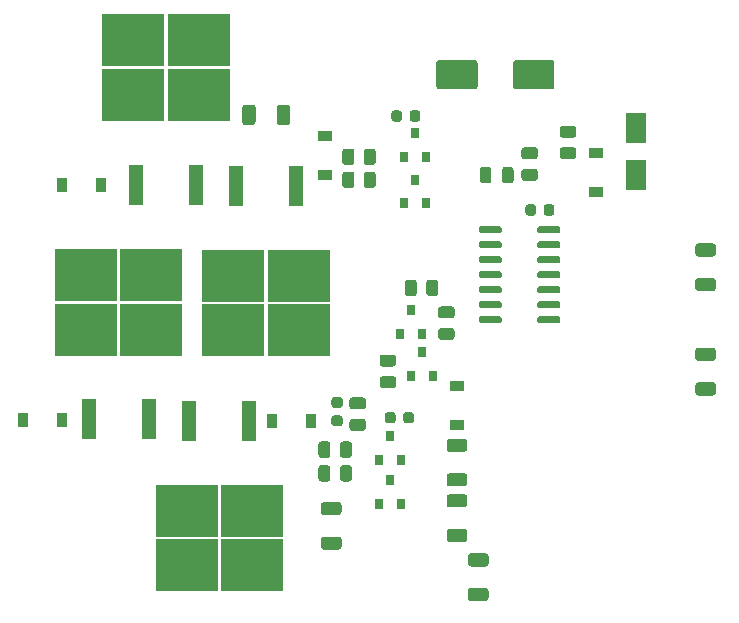
<source format=gtp>
%TF.GenerationSoftware,KiCad,Pcbnew,5.1.7-a382d34a8~87~ubuntu18.04.1*%
%TF.CreationDate,2021-12-24T14:38:43-05:00*%
%TF.ProjectId,Source_Balancer_SMD,536f7572-6365-45f4-9261-6c616e636572,rev?*%
%TF.SameCoordinates,Original*%
%TF.FileFunction,Paste,Top*%
%TF.FilePolarity,Positive*%
%FSLAX46Y46*%
G04 Gerber Fmt 4.6, Leading zero omitted, Abs format (unit mm)*
G04 Created by KiCad (PCBNEW 5.1.7-a382d34a8~87~ubuntu18.04.1) date 2021-12-24 14:38:43*
%MOMM*%
%LPD*%
G01*
G04 APERTURE LIST*
%ADD10R,0.900000X1.200000*%
%ADD11R,1.200000X0.900000*%
%ADD12R,5.250000X4.400000*%
%ADD13R,1.250000X3.500000*%
%ADD14R,0.800000X0.900000*%
%ADD15R,1.800000X2.500000*%
G04 APERTURE END LIST*
%TO.C,R18*%
G36*
G01*
X119099999Y-51837500D02*
X120000001Y-51837500D01*
G75*
G02*
X120250000Y-52087499I0J-249999D01*
G01*
X120250000Y-52612501D01*
G75*
G02*
X120000001Y-52862500I-249999J0D01*
G01*
X119099999Y-52862500D01*
G75*
G02*
X118850000Y-52612501I0J249999D01*
G01*
X118850000Y-52087499D01*
G75*
G02*
X119099999Y-51837500I249999J0D01*
G01*
G37*
G36*
G01*
X119099999Y-50012500D02*
X120000001Y-50012500D01*
G75*
G02*
X120250000Y-50262499I0J-249999D01*
G01*
X120250000Y-50787501D01*
G75*
G02*
X120000001Y-51037500I-249999J0D01*
G01*
X119099999Y-51037500D01*
G75*
G02*
X118850000Y-50787501I0J249999D01*
G01*
X118850000Y-50262499D01*
G75*
G02*
X119099999Y-50012500I249999J0D01*
G01*
G37*
%TD*%
%TO.C,U1*%
G36*
G01*
X116950000Y-58990000D02*
X116950000Y-58690000D01*
G75*
G02*
X117100000Y-58540000I150000J0D01*
G01*
X118750000Y-58540000D01*
G75*
G02*
X118900000Y-58690000I0J-150000D01*
G01*
X118900000Y-58990000D01*
G75*
G02*
X118750000Y-59140000I-150000J0D01*
G01*
X117100000Y-59140000D01*
G75*
G02*
X116950000Y-58990000I0J150000D01*
G01*
G37*
G36*
G01*
X116950000Y-60260000D02*
X116950000Y-59960000D01*
G75*
G02*
X117100000Y-59810000I150000J0D01*
G01*
X118750000Y-59810000D01*
G75*
G02*
X118900000Y-59960000I0J-150000D01*
G01*
X118900000Y-60260000D01*
G75*
G02*
X118750000Y-60410000I-150000J0D01*
G01*
X117100000Y-60410000D01*
G75*
G02*
X116950000Y-60260000I0J150000D01*
G01*
G37*
G36*
G01*
X116950000Y-61530000D02*
X116950000Y-61230000D01*
G75*
G02*
X117100000Y-61080000I150000J0D01*
G01*
X118750000Y-61080000D01*
G75*
G02*
X118900000Y-61230000I0J-150000D01*
G01*
X118900000Y-61530000D01*
G75*
G02*
X118750000Y-61680000I-150000J0D01*
G01*
X117100000Y-61680000D01*
G75*
G02*
X116950000Y-61530000I0J150000D01*
G01*
G37*
G36*
G01*
X116950000Y-62800000D02*
X116950000Y-62500000D01*
G75*
G02*
X117100000Y-62350000I150000J0D01*
G01*
X118750000Y-62350000D01*
G75*
G02*
X118900000Y-62500000I0J-150000D01*
G01*
X118900000Y-62800000D01*
G75*
G02*
X118750000Y-62950000I-150000J0D01*
G01*
X117100000Y-62950000D01*
G75*
G02*
X116950000Y-62800000I0J150000D01*
G01*
G37*
G36*
G01*
X116950000Y-64070000D02*
X116950000Y-63770000D01*
G75*
G02*
X117100000Y-63620000I150000J0D01*
G01*
X118750000Y-63620000D01*
G75*
G02*
X118900000Y-63770000I0J-150000D01*
G01*
X118900000Y-64070000D01*
G75*
G02*
X118750000Y-64220000I-150000J0D01*
G01*
X117100000Y-64220000D01*
G75*
G02*
X116950000Y-64070000I0J150000D01*
G01*
G37*
G36*
G01*
X116950000Y-65340000D02*
X116950000Y-65040000D01*
G75*
G02*
X117100000Y-64890000I150000J0D01*
G01*
X118750000Y-64890000D01*
G75*
G02*
X118900000Y-65040000I0J-150000D01*
G01*
X118900000Y-65340000D01*
G75*
G02*
X118750000Y-65490000I-150000J0D01*
G01*
X117100000Y-65490000D01*
G75*
G02*
X116950000Y-65340000I0J150000D01*
G01*
G37*
G36*
G01*
X116950000Y-66610000D02*
X116950000Y-66310000D01*
G75*
G02*
X117100000Y-66160000I150000J0D01*
G01*
X118750000Y-66160000D01*
G75*
G02*
X118900000Y-66310000I0J-150000D01*
G01*
X118900000Y-66610000D01*
G75*
G02*
X118750000Y-66760000I-150000J0D01*
G01*
X117100000Y-66760000D01*
G75*
G02*
X116950000Y-66610000I0J150000D01*
G01*
G37*
G36*
G01*
X112000000Y-66610000D02*
X112000000Y-66310000D01*
G75*
G02*
X112150000Y-66160000I150000J0D01*
G01*
X113800000Y-66160000D01*
G75*
G02*
X113950000Y-66310000I0J-150000D01*
G01*
X113950000Y-66610000D01*
G75*
G02*
X113800000Y-66760000I-150000J0D01*
G01*
X112150000Y-66760000D01*
G75*
G02*
X112000000Y-66610000I0J150000D01*
G01*
G37*
G36*
G01*
X112000000Y-65340000D02*
X112000000Y-65040000D01*
G75*
G02*
X112150000Y-64890000I150000J0D01*
G01*
X113800000Y-64890000D01*
G75*
G02*
X113950000Y-65040000I0J-150000D01*
G01*
X113950000Y-65340000D01*
G75*
G02*
X113800000Y-65490000I-150000J0D01*
G01*
X112150000Y-65490000D01*
G75*
G02*
X112000000Y-65340000I0J150000D01*
G01*
G37*
G36*
G01*
X112000000Y-64070000D02*
X112000000Y-63770000D01*
G75*
G02*
X112150000Y-63620000I150000J0D01*
G01*
X113800000Y-63620000D01*
G75*
G02*
X113950000Y-63770000I0J-150000D01*
G01*
X113950000Y-64070000D01*
G75*
G02*
X113800000Y-64220000I-150000J0D01*
G01*
X112150000Y-64220000D01*
G75*
G02*
X112000000Y-64070000I0J150000D01*
G01*
G37*
G36*
G01*
X112000000Y-62800000D02*
X112000000Y-62500000D01*
G75*
G02*
X112150000Y-62350000I150000J0D01*
G01*
X113800000Y-62350000D01*
G75*
G02*
X113950000Y-62500000I0J-150000D01*
G01*
X113950000Y-62800000D01*
G75*
G02*
X113800000Y-62950000I-150000J0D01*
G01*
X112150000Y-62950000D01*
G75*
G02*
X112000000Y-62800000I0J150000D01*
G01*
G37*
G36*
G01*
X112000000Y-61530000D02*
X112000000Y-61230000D01*
G75*
G02*
X112150000Y-61080000I150000J0D01*
G01*
X113800000Y-61080000D01*
G75*
G02*
X113950000Y-61230000I0J-150000D01*
G01*
X113950000Y-61530000D01*
G75*
G02*
X113800000Y-61680000I-150000J0D01*
G01*
X112150000Y-61680000D01*
G75*
G02*
X112000000Y-61530000I0J150000D01*
G01*
G37*
G36*
G01*
X112000000Y-60260000D02*
X112000000Y-59960000D01*
G75*
G02*
X112150000Y-59810000I150000J0D01*
G01*
X113800000Y-59810000D01*
G75*
G02*
X113950000Y-59960000I0J-150000D01*
G01*
X113950000Y-60260000D01*
G75*
G02*
X113800000Y-60410000I-150000J0D01*
G01*
X112150000Y-60410000D01*
G75*
G02*
X112000000Y-60260000I0J150000D01*
G01*
G37*
G36*
G01*
X112000000Y-58990000D02*
X112000000Y-58690000D01*
G75*
G02*
X112150000Y-58540000I150000J0D01*
G01*
X113800000Y-58540000D01*
G75*
G02*
X113950000Y-58690000I0J-150000D01*
G01*
X113950000Y-58990000D01*
G75*
G02*
X113800000Y-59140000I-150000J0D01*
G01*
X112150000Y-59140000D01*
G75*
G02*
X112000000Y-58990000I0J150000D01*
G01*
G37*
%TD*%
D10*
%TO.C,D8*%
X73400000Y-74900000D03*
X76700000Y-74900000D03*
%TD*%
D11*
%TO.C,D7*%
X99000000Y-50850000D03*
X99000000Y-54150000D03*
%TD*%
D10*
%TO.C,D6*%
X97750000Y-75000000D03*
X94450000Y-75000000D03*
%TD*%
%TO.C,D5*%
X76700000Y-55000000D03*
X80000000Y-55000000D03*
%TD*%
%TO.C,R17*%
G36*
G01*
X101299999Y-74837500D02*
X102200001Y-74837500D01*
G75*
G02*
X102450000Y-75087499I0J-249999D01*
G01*
X102450000Y-75612501D01*
G75*
G02*
X102200001Y-75862500I-249999J0D01*
G01*
X101299999Y-75862500D01*
G75*
G02*
X101050000Y-75612501I0J249999D01*
G01*
X101050000Y-75087499D01*
G75*
G02*
X101299999Y-74837500I249999J0D01*
G01*
G37*
G36*
G01*
X101299999Y-73012500D02*
X102200001Y-73012500D01*
G75*
G02*
X102450000Y-73262499I0J-249999D01*
G01*
X102450000Y-73787501D01*
G75*
G02*
X102200001Y-74037500I-249999J0D01*
G01*
X101299999Y-74037500D01*
G75*
G02*
X101050000Y-73787501I0J249999D01*
G01*
X101050000Y-73262499D01*
G75*
G02*
X101299999Y-73012500I249999J0D01*
G01*
G37*
%TD*%
%TO.C,R16*%
G36*
G01*
X100237500Y-79900001D02*
X100237500Y-78999999D01*
G75*
G02*
X100487499Y-78750000I249999J0D01*
G01*
X101012501Y-78750000D01*
G75*
G02*
X101262500Y-78999999I0J-249999D01*
G01*
X101262500Y-79900001D01*
G75*
G02*
X101012501Y-80150000I-249999J0D01*
G01*
X100487499Y-80150000D01*
G75*
G02*
X100237500Y-79900001I0J249999D01*
G01*
G37*
G36*
G01*
X98412500Y-79900001D02*
X98412500Y-78999999D01*
G75*
G02*
X98662499Y-78750000I249999J0D01*
G01*
X99187501Y-78750000D01*
G75*
G02*
X99437500Y-78999999I0J-249999D01*
G01*
X99437500Y-79900001D01*
G75*
G02*
X99187501Y-80150000I-249999J0D01*
G01*
X98662499Y-80150000D01*
G75*
G02*
X98412500Y-79900001I0J249999D01*
G01*
G37*
%TD*%
%TO.C,R15*%
G36*
G01*
X102262500Y-55050001D02*
X102262500Y-54149999D01*
G75*
G02*
X102512499Y-53900000I249999J0D01*
G01*
X103037501Y-53900000D01*
G75*
G02*
X103287500Y-54149999I0J-249999D01*
G01*
X103287500Y-55050001D01*
G75*
G02*
X103037501Y-55300000I-249999J0D01*
G01*
X102512499Y-55300000D01*
G75*
G02*
X102262500Y-55050001I0J249999D01*
G01*
G37*
G36*
G01*
X100437500Y-55050001D02*
X100437500Y-54149999D01*
G75*
G02*
X100687499Y-53900000I249999J0D01*
G01*
X101212501Y-53900000D01*
G75*
G02*
X101462500Y-54149999I0J-249999D01*
G01*
X101462500Y-55050001D01*
G75*
G02*
X101212501Y-55300000I-249999J0D01*
G01*
X100687499Y-55300000D01*
G75*
G02*
X100437500Y-55050001I0J249999D01*
G01*
G37*
%TD*%
%TO.C,R14*%
G36*
G01*
X98874999Y-84800000D02*
X100125001Y-84800000D01*
G75*
G02*
X100375000Y-85049999I0J-249999D01*
G01*
X100375000Y-85675001D01*
G75*
G02*
X100125001Y-85925000I-249999J0D01*
G01*
X98874999Y-85925000D01*
G75*
G02*
X98625000Y-85675001I0J249999D01*
G01*
X98625000Y-85049999D01*
G75*
G02*
X98874999Y-84800000I249999J0D01*
G01*
G37*
G36*
G01*
X98874999Y-81875000D02*
X100125001Y-81875000D01*
G75*
G02*
X100375000Y-82124999I0J-249999D01*
G01*
X100375000Y-82750001D01*
G75*
G02*
X100125001Y-83000000I-249999J0D01*
G01*
X98874999Y-83000000D01*
G75*
G02*
X98625000Y-82750001I0J249999D01*
G01*
X98625000Y-82124999D01*
G75*
G02*
X98874999Y-81875000I249999J0D01*
G01*
G37*
%TD*%
%TO.C,R13*%
G36*
G01*
X93100000Y-48474999D02*
X93100000Y-49725001D01*
G75*
G02*
X92850001Y-49975000I-249999J0D01*
G01*
X92224999Y-49975000D01*
G75*
G02*
X91975000Y-49725001I0J249999D01*
G01*
X91975000Y-48474999D01*
G75*
G02*
X92224999Y-48225000I249999J0D01*
G01*
X92850001Y-48225000D01*
G75*
G02*
X93100000Y-48474999I0J-249999D01*
G01*
G37*
G36*
G01*
X96025000Y-48474999D02*
X96025000Y-49725001D01*
G75*
G02*
X95775001Y-49975000I-249999J0D01*
G01*
X95149999Y-49975000D01*
G75*
G02*
X94900000Y-49725001I0J249999D01*
G01*
X94900000Y-48474999D01*
G75*
G02*
X95149999Y-48225000I249999J0D01*
G01*
X95775001Y-48225000D01*
G75*
G02*
X96025000Y-48474999I0J-249999D01*
G01*
G37*
%TD*%
%TO.C,R12*%
G36*
G01*
X100237500Y-77900001D02*
X100237500Y-76999999D01*
G75*
G02*
X100487499Y-76750000I249999J0D01*
G01*
X101012501Y-76750000D01*
G75*
G02*
X101262500Y-76999999I0J-249999D01*
G01*
X101262500Y-77900001D01*
G75*
G02*
X101012501Y-78150000I-249999J0D01*
G01*
X100487499Y-78150000D01*
G75*
G02*
X100237500Y-77900001I0J249999D01*
G01*
G37*
G36*
G01*
X98412500Y-77900001D02*
X98412500Y-76999999D01*
G75*
G02*
X98662499Y-76750000I249999J0D01*
G01*
X99187501Y-76750000D01*
G75*
G02*
X99437500Y-76999999I0J-249999D01*
G01*
X99437500Y-77900001D01*
G75*
G02*
X99187501Y-78150000I-249999J0D01*
G01*
X98662499Y-78150000D01*
G75*
G02*
X98412500Y-77900001I0J249999D01*
G01*
G37*
%TD*%
%TO.C,R11*%
G36*
G01*
X102262500Y-53100001D02*
X102262500Y-52199999D01*
G75*
G02*
X102512499Y-51950000I249999J0D01*
G01*
X103037501Y-51950000D01*
G75*
G02*
X103287500Y-52199999I0J-249999D01*
G01*
X103287500Y-53100001D01*
G75*
G02*
X103037501Y-53350000I-249999J0D01*
G01*
X102512499Y-53350000D01*
G75*
G02*
X102262500Y-53100001I0J249999D01*
G01*
G37*
G36*
G01*
X100437500Y-53100001D02*
X100437500Y-52199999D01*
G75*
G02*
X100687499Y-51950000I249999J0D01*
G01*
X101212501Y-51950000D01*
G75*
G02*
X101462500Y-52199999I0J-249999D01*
G01*
X101462500Y-53100001D01*
G75*
G02*
X101212501Y-53350000I-249999J0D01*
G01*
X100687499Y-53350000D01*
G75*
G02*
X100437500Y-53100001I0J249999D01*
G01*
G37*
%TD*%
%TO.C,R10*%
G36*
G01*
X107550000Y-64200001D02*
X107550000Y-63299999D01*
G75*
G02*
X107799999Y-63050000I249999J0D01*
G01*
X108325001Y-63050000D01*
G75*
G02*
X108575000Y-63299999I0J-249999D01*
G01*
X108575000Y-64200001D01*
G75*
G02*
X108325001Y-64450000I-249999J0D01*
G01*
X107799999Y-64450000D01*
G75*
G02*
X107550000Y-64200001I0J249999D01*
G01*
G37*
G36*
G01*
X105725000Y-64200001D02*
X105725000Y-63299999D01*
G75*
G02*
X105974999Y-63050000I249999J0D01*
G01*
X106500001Y-63050000D01*
G75*
G02*
X106750000Y-63299999I0J-249999D01*
G01*
X106750000Y-64200001D01*
G75*
G02*
X106500001Y-64450000I-249999J0D01*
G01*
X105974999Y-64450000D01*
G75*
G02*
X105725000Y-64200001I0J249999D01*
G01*
G37*
%TD*%
%TO.C,R9*%
G36*
G01*
X116750001Y-52862500D02*
X115849999Y-52862500D01*
G75*
G02*
X115600000Y-52612501I0J249999D01*
G01*
X115600000Y-52087499D01*
G75*
G02*
X115849999Y-51837500I249999J0D01*
G01*
X116750001Y-51837500D01*
G75*
G02*
X117000000Y-52087499I0J-249999D01*
G01*
X117000000Y-52612501D01*
G75*
G02*
X116750001Y-52862500I-249999J0D01*
G01*
G37*
G36*
G01*
X116750001Y-54687500D02*
X115849999Y-54687500D01*
G75*
G02*
X115600000Y-54437501I0J249999D01*
G01*
X115600000Y-53912499D01*
G75*
G02*
X115849999Y-53662500I249999J0D01*
G01*
X116750001Y-53662500D01*
G75*
G02*
X117000000Y-53912499I0J-249999D01*
G01*
X117000000Y-54437501D01*
G75*
G02*
X116750001Y-54687500I-249999J0D01*
G01*
G37*
%TD*%
%TO.C,R8*%
G36*
G01*
X103849999Y-71212500D02*
X104750001Y-71212500D01*
G75*
G02*
X105000000Y-71462499I0J-249999D01*
G01*
X105000000Y-71987501D01*
G75*
G02*
X104750001Y-72237500I-249999J0D01*
G01*
X103849999Y-72237500D01*
G75*
G02*
X103600000Y-71987501I0J249999D01*
G01*
X103600000Y-71462499D01*
G75*
G02*
X103849999Y-71212500I249999J0D01*
G01*
G37*
G36*
G01*
X103849999Y-69387500D02*
X104750001Y-69387500D01*
G75*
G02*
X105000000Y-69637499I0J-249999D01*
G01*
X105000000Y-70162501D01*
G75*
G02*
X104750001Y-70412500I-249999J0D01*
G01*
X103849999Y-70412500D01*
G75*
G02*
X103600000Y-70162501I0J249999D01*
G01*
X103600000Y-69637499D01*
G75*
G02*
X103849999Y-69387500I249999J0D01*
G01*
G37*
%TD*%
%TO.C,R7*%
G36*
G01*
X109700001Y-66337500D02*
X108799999Y-66337500D01*
G75*
G02*
X108550000Y-66087501I0J249999D01*
G01*
X108550000Y-65562499D01*
G75*
G02*
X108799999Y-65312500I249999J0D01*
G01*
X109700001Y-65312500D01*
G75*
G02*
X109950000Y-65562499I0J-249999D01*
G01*
X109950000Y-66087501D01*
G75*
G02*
X109700001Y-66337500I-249999J0D01*
G01*
G37*
G36*
G01*
X109700001Y-68162500D02*
X108799999Y-68162500D01*
G75*
G02*
X108550000Y-67912501I0J249999D01*
G01*
X108550000Y-67387499D01*
G75*
G02*
X108799999Y-67137500I249999J0D01*
G01*
X109700001Y-67137500D01*
G75*
G02*
X109950000Y-67387499I0J-249999D01*
G01*
X109950000Y-67912501D01*
G75*
G02*
X109700001Y-68162500I-249999J0D01*
G01*
G37*
%TD*%
%TO.C,R5*%
G36*
G01*
X112575001Y-87337500D02*
X111324999Y-87337500D01*
G75*
G02*
X111075000Y-87087501I0J249999D01*
G01*
X111075000Y-86462499D01*
G75*
G02*
X111324999Y-86212500I249999J0D01*
G01*
X112575001Y-86212500D01*
G75*
G02*
X112825000Y-86462499I0J-249999D01*
G01*
X112825000Y-87087501D01*
G75*
G02*
X112575001Y-87337500I-249999J0D01*
G01*
G37*
G36*
G01*
X112575001Y-90262500D02*
X111324999Y-90262500D01*
G75*
G02*
X111075000Y-90012501I0J249999D01*
G01*
X111075000Y-89387499D01*
G75*
G02*
X111324999Y-89137500I249999J0D01*
G01*
X112575001Y-89137500D01*
G75*
G02*
X112825000Y-89387499I0J-249999D01*
G01*
X112825000Y-90012501D01*
G75*
G02*
X112575001Y-90262500I-249999J0D01*
G01*
G37*
%TD*%
%TO.C,R4*%
G36*
G01*
X110775001Y-82337500D02*
X109524999Y-82337500D01*
G75*
G02*
X109275000Y-82087501I0J249999D01*
G01*
X109275000Y-81462499D01*
G75*
G02*
X109524999Y-81212500I249999J0D01*
G01*
X110775001Y-81212500D01*
G75*
G02*
X111025000Y-81462499I0J-249999D01*
G01*
X111025000Y-82087501D01*
G75*
G02*
X110775001Y-82337500I-249999J0D01*
G01*
G37*
G36*
G01*
X110775001Y-85262500D02*
X109524999Y-85262500D01*
G75*
G02*
X109275000Y-85012501I0J249999D01*
G01*
X109275000Y-84387499D01*
G75*
G02*
X109524999Y-84137500I249999J0D01*
G01*
X110775001Y-84137500D01*
G75*
G02*
X111025000Y-84387499I0J-249999D01*
G01*
X111025000Y-85012501D01*
G75*
G02*
X110775001Y-85262500I-249999J0D01*
G01*
G37*
%TD*%
%TO.C,R3*%
G36*
G01*
X110775001Y-77637500D02*
X109524999Y-77637500D01*
G75*
G02*
X109275000Y-77387501I0J249999D01*
G01*
X109275000Y-76762499D01*
G75*
G02*
X109524999Y-76512500I249999J0D01*
G01*
X110775001Y-76512500D01*
G75*
G02*
X111025000Y-76762499I0J-249999D01*
G01*
X111025000Y-77387501D01*
G75*
G02*
X110775001Y-77637500I-249999J0D01*
G01*
G37*
G36*
G01*
X110775001Y-80562500D02*
X109524999Y-80562500D01*
G75*
G02*
X109275000Y-80312501I0J249999D01*
G01*
X109275000Y-79687499D01*
G75*
G02*
X109524999Y-79437500I249999J0D01*
G01*
X110775001Y-79437500D01*
G75*
G02*
X111025000Y-79687499I0J-249999D01*
G01*
X111025000Y-80312501D01*
G75*
G02*
X110775001Y-80562500I-249999J0D01*
G01*
G37*
%TD*%
%TO.C,R2*%
G36*
G01*
X131825001Y-61100000D02*
X130574999Y-61100000D01*
G75*
G02*
X130325000Y-60850001I0J249999D01*
G01*
X130325000Y-60224999D01*
G75*
G02*
X130574999Y-59975000I249999J0D01*
G01*
X131825001Y-59975000D01*
G75*
G02*
X132075000Y-60224999I0J-249999D01*
G01*
X132075000Y-60850001D01*
G75*
G02*
X131825001Y-61100000I-249999J0D01*
G01*
G37*
G36*
G01*
X131825001Y-64025000D02*
X130574999Y-64025000D01*
G75*
G02*
X130325000Y-63775001I0J249999D01*
G01*
X130325000Y-63149999D01*
G75*
G02*
X130574999Y-62900000I249999J0D01*
G01*
X131825001Y-62900000D01*
G75*
G02*
X132075000Y-63149999I0J-249999D01*
G01*
X132075000Y-63775001D01*
G75*
G02*
X131825001Y-64025000I-249999J0D01*
G01*
G37*
%TD*%
%TO.C,R1*%
G36*
G01*
X131825001Y-69937500D02*
X130574999Y-69937500D01*
G75*
G02*
X130325000Y-69687501I0J249999D01*
G01*
X130325000Y-69062499D01*
G75*
G02*
X130574999Y-68812500I249999J0D01*
G01*
X131825001Y-68812500D01*
G75*
G02*
X132075000Y-69062499I0J-249999D01*
G01*
X132075000Y-69687501D01*
G75*
G02*
X131825001Y-69937500I-249999J0D01*
G01*
G37*
G36*
G01*
X131825001Y-72862500D02*
X130574999Y-72862500D01*
G75*
G02*
X130325000Y-72612501I0J249999D01*
G01*
X130325000Y-71987499D01*
G75*
G02*
X130574999Y-71737500I249999J0D01*
G01*
X131825001Y-71737500D01*
G75*
G02*
X132075000Y-71987499I0J-249999D01*
G01*
X132075000Y-72612501D01*
G75*
G02*
X131825001Y-72862500I-249999J0D01*
G01*
G37*
%TD*%
D12*
%TO.C,Q10*%
X84275000Y-67275000D03*
X78725000Y-62675000D03*
X78725000Y-67275000D03*
X84275000Y-62675000D03*
D13*
X84040000Y-74875000D03*
X78960000Y-74875000D03*
%TD*%
D12*
%TO.C,Q9*%
X91225000Y-62725000D03*
X96775000Y-67325000D03*
X96775000Y-62725000D03*
X91225000Y-67325000D03*
D13*
X91460000Y-55125000D03*
X96540000Y-55125000D03*
%TD*%
D12*
%TO.C,Q8*%
X87265000Y-82600000D03*
X92815000Y-87200000D03*
X92815000Y-82600000D03*
X87265000Y-87200000D03*
D13*
X87500000Y-75000000D03*
X92580000Y-75000000D03*
%TD*%
D12*
%TO.C,Q7*%
X88275000Y-47400000D03*
X82725000Y-42800000D03*
X82725000Y-47400000D03*
X88275000Y-42800000D03*
D13*
X88040000Y-55000000D03*
X82960000Y-55000000D03*
%TD*%
D14*
%TO.C,Q6*%
X104500000Y-80050000D03*
X105450000Y-82050000D03*
X103550000Y-82050000D03*
%TD*%
%TO.C,Q5*%
X104500000Y-76300000D03*
X105450000Y-78300000D03*
X103550000Y-78300000D03*
%TD*%
%TO.C,Q4*%
X106600000Y-54600000D03*
X107550000Y-56600000D03*
X105650000Y-56600000D03*
%TD*%
%TO.C,Q3*%
X106600000Y-50650000D03*
X107550000Y-52650000D03*
X105650000Y-52650000D03*
%TD*%
%TO.C,Q2*%
X106250000Y-65650000D03*
X107200000Y-67650000D03*
X105300000Y-67650000D03*
%TD*%
%TO.C,Q1*%
X107200000Y-69200000D03*
X108150000Y-71200000D03*
X106250000Y-71200000D03*
%TD*%
%TO.C,D4*%
G36*
G01*
X113962500Y-54656250D02*
X113962500Y-53743750D01*
G75*
G02*
X114206250Y-53500000I243750J0D01*
G01*
X114693750Y-53500000D01*
G75*
G02*
X114937500Y-53743750I0J-243750D01*
G01*
X114937500Y-54656250D01*
G75*
G02*
X114693750Y-54900000I-243750J0D01*
G01*
X114206250Y-54900000D01*
G75*
G02*
X113962500Y-54656250I0J243750D01*
G01*
G37*
G36*
G01*
X112087500Y-54656250D02*
X112087500Y-53743750D01*
G75*
G02*
X112331250Y-53500000I243750J0D01*
G01*
X112818750Y-53500000D01*
G75*
G02*
X113062500Y-53743750I0J-243750D01*
G01*
X113062500Y-54656250D01*
G75*
G02*
X112818750Y-54900000I-243750J0D01*
G01*
X112331250Y-54900000D01*
G75*
G02*
X112087500Y-54656250I0J243750D01*
G01*
G37*
%TD*%
D11*
%TO.C,D3*%
X121900000Y-55650000D03*
X121900000Y-52350000D03*
%TD*%
%TO.C,D2*%
X110150000Y-72050000D03*
X110150000Y-75350000D03*
%TD*%
D15*
%TO.C,D1*%
X125300000Y-50200000D03*
X125300000Y-54200000D03*
%TD*%
%TO.C,C6*%
G36*
G01*
X100250000Y-73900000D02*
X99750000Y-73900000D01*
G75*
G02*
X99525000Y-73675000I0J225000D01*
G01*
X99525000Y-73225000D01*
G75*
G02*
X99750000Y-73000000I225000J0D01*
G01*
X100250000Y-73000000D01*
G75*
G02*
X100475000Y-73225000I0J-225000D01*
G01*
X100475000Y-73675000D01*
G75*
G02*
X100250000Y-73900000I-225000J0D01*
G01*
G37*
G36*
G01*
X100250000Y-75450000D02*
X99750000Y-75450000D01*
G75*
G02*
X99525000Y-75225000I0J225000D01*
G01*
X99525000Y-74775000D01*
G75*
G02*
X99750000Y-74550000I225000J0D01*
G01*
X100250000Y-74550000D01*
G75*
G02*
X100475000Y-74775000I0J-225000D01*
G01*
X100475000Y-75225000D01*
G75*
G02*
X100250000Y-75450000I-225000J0D01*
G01*
G37*
%TD*%
%TO.C,C5*%
G36*
G01*
X105600000Y-75000000D02*
X105600000Y-74500000D01*
G75*
G02*
X105825000Y-74275000I225000J0D01*
G01*
X106275000Y-74275000D01*
G75*
G02*
X106500000Y-74500000I0J-225000D01*
G01*
X106500000Y-75000000D01*
G75*
G02*
X106275000Y-75225000I-225000J0D01*
G01*
X105825000Y-75225000D01*
G75*
G02*
X105600000Y-75000000I0J225000D01*
G01*
G37*
G36*
G01*
X104050000Y-75000000D02*
X104050000Y-74500000D01*
G75*
G02*
X104275000Y-74275000I225000J0D01*
G01*
X104725000Y-74275000D01*
G75*
G02*
X104950000Y-74500000I0J-225000D01*
G01*
X104950000Y-75000000D01*
G75*
G02*
X104725000Y-75225000I-225000J0D01*
G01*
X104275000Y-75225000D01*
G75*
G02*
X104050000Y-75000000I0J225000D01*
G01*
G37*
%TD*%
%TO.C,C4*%
G36*
G01*
X105500000Y-48950000D02*
X105500000Y-49450000D01*
G75*
G02*
X105275000Y-49675000I-225000J0D01*
G01*
X104825000Y-49675000D01*
G75*
G02*
X104600000Y-49450000I0J225000D01*
G01*
X104600000Y-48950000D01*
G75*
G02*
X104825000Y-48725000I225000J0D01*
G01*
X105275000Y-48725000D01*
G75*
G02*
X105500000Y-48950000I0J-225000D01*
G01*
G37*
G36*
G01*
X107050000Y-48950000D02*
X107050000Y-49450000D01*
G75*
G02*
X106825000Y-49675000I-225000J0D01*
G01*
X106375000Y-49675000D01*
G75*
G02*
X106150000Y-49450000I0J225000D01*
G01*
X106150000Y-48950000D01*
G75*
G02*
X106375000Y-48725000I225000J0D01*
G01*
X106825000Y-48725000D01*
G75*
G02*
X107050000Y-48950000I0J-225000D01*
G01*
G37*
%TD*%
%TO.C,C3*%
G36*
G01*
X116850000Y-56900000D02*
X116850000Y-57400000D01*
G75*
G02*
X116625000Y-57625000I-225000J0D01*
G01*
X116175000Y-57625000D01*
G75*
G02*
X115950000Y-57400000I0J225000D01*
G01*
X115950000Y-56900000D01*
G75*
G02*
X116175000Y-56675000I225000J0D01*
G01*
X116625000Y-56675000D01*
G75*
G02*
X116850000Y-56900000I0J-225000D01*
G01*
G37*
G36*
G01*
X118400000Y-56900000D02*
X118400000Y-57400000D01*
G75*
G02*
X118175000Y-57625000I-225000J0D01*
G01*
X117725000Y-57625000D01*
G75*
G02*
X117500000Y-57400000I0J225000D01*
G01*
X117500000Y-56900000D01*
G75*
G02*
X117725000Y-56675000I225000J0D01*
G01*
X118175000Y-56675000D01*
G75*
G02*
X118400000Y-56900000I0J-225000D01*
G01*
G37*
%TD*%
%TO.C,C2*%
G36*
G01*
X111900000Y-44700000D02*
X111900000Y-46700000D01*
G75*
G02*
X111650000Y-46950000I-250000J0D01*
G01*
X108650000Y-46950000D01*
G75*
G02*
X108400000Y-46700000I0J250000D01*
G01*
X108400000Y-44700000D01*
G75*
G02*
X108650000Y-44450000I250000J0D01*
G01*
X111650000Y-44450000D01*
G75*
G02*
X111900000Y-44700000I0J-250000D01*
G01*
G37*
G36*
G01*
X118400000Y-44700000D02*
X118400000Y-46700000D01*
G75*
G02*
X118150000Y-46950000I-250000J0D01*
G01*
X115150000Y-46950000D01*
G75*
G02*
X114900000Y-46700000I0J250000D01*
G01*
X114900000Y-44700000D01*
G75*
G02*
X115150000Y-44450000I250000J0D01*
G01*
X118150000Y-44450000D01*
G75*
G02*
X118400000Y-44700000I0J-250000D01*
G01*
G37*
%TD*%
M02*

</source>
